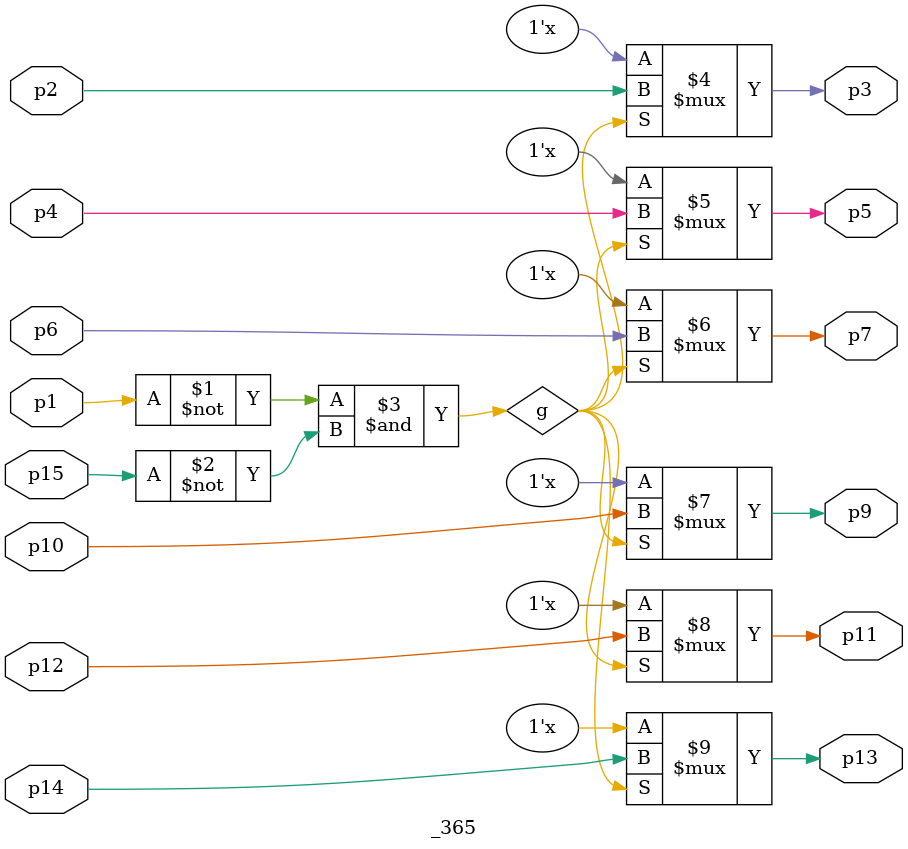
<source format=v>
/* ******************************************************************


	74 logic for verilog-hdl
	
	
	
	
	2020-2021 madov
	
	
	
	--2021/04/09 ver100

	
********************************************************************* */

`default_nettype none


//7400 nand gate
module _00 ( 
	input p1,p2,p4,p5,p9,p10,p12,p13,
	output p3,p6,p8,p11
	
);

	assign p3 = ~(p1 & p2);
	assign p6 = ~(p4 & p5);
	assign p8 = ~(p9 & p10);
	assign p11 = ~(p12 & p13);
	
endmodule

//7402 nor gate
module _02 (
	input p2,p3,p5,p6,p8,p9,p11,p12,
	output p1,p4,p10,p13
	
);

	assign p1 = ~ (p2 | p3);
	assign p4 = ~ (p5 | p6);
	assign p10 = ~ (p8 | p9);
	assign p13 = ~ (p11 | p12);
	
endmodule

//7404 not gate
module _04 (
	input p1,p3,p5,p9,p11,p13,
	output p2,p4,p6,p8,p10,p12
);
	assign p2 = ~p1;
	assign p4 = ~p3;
	assign p6 = ~p5;
	assign p8 = ~p9;
	assign p10 = ~p11;
	assign p12 = ~p13;
	
endmodule

//7408 and gate
module _08 (
	input p1,p2,p4,p5,p9,p10,p12,p13,
	output p3,p6,p8,p11
	
	
);
	assign p3 = p1 & p2;
	assign p6 = p4 & p5;
	assign p8 = p9 & p10;
	assign p11 = p12 & p13;
	

endmodule

	
//7410 triple nand
module _10 (
	input p1,p2,p13,p3,p4,p5,p9,p10,p11,
	output p12,p6,p8
);
	assign p12 = ~ ( p1 & p2 & p13);
	assign p6 = ~ (p3 & p4 & p5);
	assign p8 = ~ (p9 & p10 & p11);

endmodule

//7420 4input nand
module _20 (
	input p1,p2,p4,p5,p9,p10,p12,p13,
	output p6,p8
);
	assign p6 = ~ (p1 & p2 & p4 & p5);
	assign p8 = ~ (p9 & p10 & p12 & p13);

endmodule

//7425 4input nor with strobe
module _25 (
	input p1,p2,p3,p4,p5,p9,p10,p11,p12,p13,
	output p6,p8
);
	assign p6 = ~ (p3 & ( p1 | p2 | p4 | p5 ));
	
	assign p8 = ~ (p11 & ( p9 | p10 | p12 | p13 ));

endmodule


//7442 
//bcd to decimal decoder

module _42 (
	input p15,p14,p13,p12,
	output p1,p2,p3,p4,p5,p6,p7,p9,p10,p11
);

	wire ia = p15;
	wire ib = p14;
	wire ic = p13;
	wire id = p12;

	assign p1 = ~ (~ia & ~ib & ~ic & ~id);
	assign p2 = ~ ( ia & ~ib & ~ic & ~id);
	assign p3 = ~ (~ia &  ib & ~ic & ~id);
	assign p4 = ~ ( ia &  ib & ~ic & ~id);
	assign p5 = ~ (~ia & ~ib &  ic & ~id);
	assign p6 = ~ ( ia & ~ib &  ic & ~id);
	assign p7 = ~ (~ia &  ib &  ic & ~id);
	assign p9 = ~ ( ia &  ib &  ic & ~id);
	assign p10= ~ (~ia & ~ib & ~ic &  id);
	assign p11= ~ ( ia & ~ib & ~ic &  id);

endmodule

//7474 D-ffx2
module  _74 (
//p4,p10 pre/

	input p1,p2,p3,p4,p10,p11,p12,p13,
	output p5,p6,p8,p9
);

 reg q1,q2;
 
 always @(posedge p3 or negedge p1 or negedge p4)	
			begin
			if ( p1==0 ) q1 <= 0; else 
			if ( p4==0 ) q1 <= 1; else
			 q1 <= p2; 
			end
			
 always @(posedge p11 or negedge p13 or negedge p10) 
			begin
			if ( p13==0 )  q2 <= 0; else
		   if ( p10==0 ) 	q2 <= 1; else
			 q2 <= p12;
			end
			
			
 assign p5 = q1;
 assign p6 = ~q1;
 assign p9 = q2;
 assign p8 = ~q2;
 
 

endmodule

	
//7485
module _85 (
	input p1,p2,p3,p4,p9,p10,p11,p12,p13,p14,p15,
	output p5,p6,p7
);

wire [3:0] a = { p15, p13, p12, p10 };
wire [3:0] b = { p1, p14, p11, p9 };

// l: a<b
// h: a>b
// e: a==b
 
wire l,h,e;

assign l = ( a < b );
assign h = ( a > b );
assign e = ( a == b );
	
//p5 : o a>b
//p6 : o a=b
//p7 : o a<b

//p2 : i a<b
//p3 : i a=b
//p4 : i a>b


assign p5 = e ? ( (  ( ( p4 & ~p2)  | (~p4 & ~p2 ) ) & ~p3 )  ? 1 : 0 )   : h ;
assign p6 = e ? ( p3 ? 1 : 0 ) : 0 ;
assign p7 = e ? ( (  ( ( ~p4 & p2)  | (~p4 & ~p2 ) ) & ~p3 )  ? 1 : 0 )   : l ;



	
endmodule

module _85a (
	input p1,p2,p3,p4,p9,p10,p11,p12,p13,p14,p15,
	output p5,p6,p7
);

endmodule

	

	
//7486 quad xor
module _86 (
	input  p1,p2,p4,p5,p9,p10,p12,p13,
	output p3,p6,p8,p11

);

assign p3 = p1 ^ p2;
assign p6 = p4 ^ p5;
assign p8 = p9 ^ p10;
assign p11 = p12 ^ p13;

endmodule

//74107 jk-ff 
//NEGEDGE!!
module _107 (
	input	 p1,p4,p8,p9,p10,p11,p12,p13,
	output p2,p3,p5,p6
);
reg q1,q2;

always @(negedge p12)
//p1 = J
//p4 = K
	q1 <= ( p1 & ~p4 ) ? 1 :
			( ~p1 & p4 ) ? 0 :
			( ~p1 & ~p4 ) ? q1 :
			~q1;


always @(negedge p9)
//p8 = J
//p11 = K

	q2 <= ( p8 & ~p11 ) ? 1 :
			( ~p8 & p11 ) ? 0 :
			( ~p8 & ~p11 ) ? q2 :
			~q2;


assign p3 = ( p13 ) ? q1 : 0 ;
assign p2 = ~p3;

assign p5 = ( p10 ) ? q2 : 0 ;
assign p6 = ~p5;



endmodule

//other imprementation
module jkff_gate(q,qbar,clk,j,k);

input j,k,clk;
output q,qbar;

wire nand1_out; // output from nand1
wire nand2_out; // output from nand2

nand(nand1_out, j,clk,qbar);
nand(nand2_out, k,clk,q);
nand(q,qbar,nand1_out);
nand(qbar,q,nand2_out);

endmodule


//74138
//3input 7 decoder
//p1-p3 input A,B,C
//p7 = y7, p15-p9 = y0-y6

module _138 (
	input p1,p2,p3,p4,p5,p6,
	output p7,p9,p10,p11,p12,p13,p14,p15
);

wire g;
wire a,b,c;
assign a=p1,b=p2,c=p3;
assign g = ~p4 & ~p5 & p6;
                                     //CBA
assign p15 = g ?  a |  b |  c  : 1 ; //000 
assign p14 = g ? ~a |  b |  c  : 1 ; //001
assign p13 = g ?  a | ~b |  c  : 1 ; //010
assign p12 = g ? ~a | ~b |  c  : 1 ; //011
assign p11 = g ?  a |  b | ~c  : 1 ; //100
assign p10 = g ? ~a |  b | ~c  : 1 ; //101
assign p9 =  g ?  a | ~b | ~c  : 1 ; //110
assign p7 =  g ? ~a | ~b | ~c  : 1 ; //111

endmodule

//74151
module _151 (
	//         d3 d2 d1 d0 d7  d6  d5  d4
	input wire p1,p2,p3,p4,p12,p13,p14,p15,
	//    nstrobe
	input wire p7,
	//				c   b   a
	input wire p9,p10,p11,
	
	//		      Y  W/
	output wire p5,p6
);

	wire [7:0]dat = { p12,p13,p14,p15,p1,p2,p3,p4 };
	wire [2:0]sel = { p9,p10,p11 };

	assign p5 = dat[sel];
	assign p6 = ~p6;

endmodule
	
	
	
	

//74153
//dual 4line to 1line 

module _153 (
//      1 g/ b c3 c2 c1 c0 2g/   a  2c3 2c2 2c1 2c0 
	input p1,p2,p3,p4,p5,p6,p15,p14,p13,p12,p11,p10,
	      //1y 2y
	output p7,p9
// ba - select
// LL - y=c0
// LH - y=c1
// HL - y=c2
// HH - y=c3
// g/==H -> Y=L
	
);

assign p7 = p1 ? 0 : (
				(~p2 & ~p14 ) ? p6 :
				(~p2 &  p14 ) ? p5 :
				( p2 & ~p14 ) ? p4 : p3 );
				
assign p9 = p15 ? 0 : (
				(~p2 & ~p14 ) ? p10 :
				(~p2 &  p14 ) ? p11 :
				( p2 & ~p14 ) ? p12 : p13 );

endmodule



//74157
//quad 2 input multiplexer
module _157 (
	//     S i0a i1a i0b i1b i1d  i0d  i1c i0c E/
	input p1,p2, p3, p5, p6, p10, p11, p13,p14,p15,
	//     Za Zb Zd Zc
	output p4,p7,p9,p12
);
// S==L Z=i0x 
// S==H Z=i1x
// E/==1 Z=L

assign p4  = p15 ? 1'b0 : (p1 ? p3 : p2 );
assign p7  = p15 ? 1'b0 : (p1 ? p6 : p5 );
assign p9  = p15 ? 1'b0 : (p1 ? p10 : p11 );
assign p12 = p15 ? 1'b0 : (p1 ? p13 : p14 );


endmodule

//74160
//synchronous presettable bin count w/ clear
//(decimal)
module _160 (
	//  nclr cl da db dc dd ep lo~ et
	input p1,p2,p3,p4,p5,p6,p7,p9,p10,
	//     qd  qc  qb  qa  rco
	output p11,p12,p13,p14,p15
);

reg [3:0]q;

always @(posedge p2 or negedge p1)
begin

	//clr mode
	if ( p1==0 )  q = 4'b0;
	else
	//load==0 -> load
	//load==1 -> p7 & p10 ->count else hold
			q = p9 ? (   (p7 & p10) ? ( (q==4'b1001) ?  0 : q+1 )  : q ) : {p6,p5,p4,p3};
			
			
			
	
		
end
	
assign {p11,p12,p13,p14} = q;
assign p15 = &q;


endmodule






//74161
//synchronous presettable bin count w/ clear
module _161 (
	//  nclr cl da db dc dd ep lo~ et
	input p1,p2,p3,p4,p5,p6,p7,p9,p10,
	//     qd  qc  qb  qa  rco
	output p11,p12,p13,p14,p15
);

reg [3:0]q;

always @(posedge p2 or negedge p1)
begin

	//clr mode
	if ( p1 == 1'b0 )  q <= 4'b0;
	else
	//load==0 -> load
	//load==1 -> p7 & p10 ->count else hold
		q <= p9 ? (   (p7 & p10) ? q + 4'h1 : q ) : {p6,p5,p4,p3};
		
		
end
	
assign {p11,p12,p13,p14} = q;

//20210411 add "&p10"
assign p15 = &q & p10;


endmodule


//74166
//8bit parallel-load shift-registers
module _166	(
	input p1,p2,p3,p4,p5,p6,p7,p9,p10,p11,p12,p14,p15,
	output p13
	
);
wire shld;
assign shld=p15;
wire clk;
assign clk = p6 | p7;

wire qa,qb,qc,qd,qe,qf,qg,qh;


	//A
	_ff ff0 (
		.d	(  (p1 & shld ) | ( ~shld & p2 ) ),
		.c	(	clk	)	,
		.r	(	p9		)	,
		.q	( qa	)	
		);
		
	//B
	_ff ff1 (
		.d	(  (qa & shld ) | ( ~shld & p3 ) ),
		.c	(	clk	)	,
		.r	(	p9		)	,
		.q	( qb	)
		);

	//C
	_ff ff2 (
		.d	(  (qb & shld ) | ( ~shld & p4 ) ),
		.c	(	clk	)	,
		.r	(	p9		)	,
		.q	( qc	)
		);
		
	//D
	_ff ff3 (
		.d	(  (qc & shld ) | ( ~shld & p5 ) ),
		.c	(	clk	)	,
		.r	(	p9		)	,
		.q	( qd	)
		
		);
		
	//E
	_ff ff4 (
		.d	(  (qd & shld ) | ( ~shld & p10 ) ),
		.c	(	clk	)	,
		.r	(	p9		)	,
		.q	( qe	)
		);
		
	//F
	_ff ff5(
		.d	(  (qe & shld ) | ( ~shld & p11 ) ),
		.c	(	clk	)	,
		.r	(	p9		)	,
		.q	( qf	)
		);

	//G
	_ff ff6(
		.d	(  (qf & shld ) | ( ~shld & p12 ) ),
		.c	(	clk	)	,
		.r	(	p9		)	,
		.q	( qg	)
		);
		
	//H
	_ff ff7(
		.d	(  (qg & shld ) | ( ~shld & p14 ) ),
		.c	(	clk	)	,
		.r	(	p9		)	,
		.q	( qh	)
		);

assign p13 = qh;


endmodule


module _ff (
	input d,c,r,
	output q
	);
reg x;

always @(posedge c or negedge r )
		if (r==0) x<=0; else x <= d;
	
assign q=x;

endmodule

//74174
//hex-d flip flop
module _174 (
	//    c/ 1d 2d 3d cl 4d  5d  6d
	input p1,p3,p4,p6,p9,p11,p13,p14,
	//     1q 2q 3q 4q  5q  6q
	output p2,p5,p7,p10,p12,p15
);
reg q1,q2,q3,q4,q5,q6;

always @(posedge p9 or negedge p1)
begin
	if (p1==0) {q1,q2,q3,q4,q5,q6} <= 6'b000000;
	else begin
		q1 <= p3;
		q2 <= p4;
		q3 <= p6;
		q4 <= p11;
		q5 <= p13;
		q6 <= p14;
		end


end

assign {p2,p5,p7,p10,p12,p15} = {q1,q2,q3,q4,q5,q6};
		
endmodule
		
module _175 (
	//    c/ 1d 2d 3d  4d  cl 
	input p1,p4,p5,p12,p13,p9,
	//     1q    2q    3q      4q  
	output p2,p3,p7,p6,p10,p11,p15,p14
);
reg q1,q2,q3,q4;

always @(posedge p9 or negedge p1)
begin
	if (p1==0) {q1,q2,q3,q4} <= 4'b0000;
	else begin
		q1 <= p4;
		q2 <= p5;
		q3 <= p12;
		q4 <= p13;
		end


end

assign  {p2, p3,p7, p6,p10, p11, p15,p14}
		= {q1,~q1,q2,~q2, q3, ~q3, q4, ~q4};


endmodule


//74245
//bus transceiver
module _245 (
	input p1,p19,
	inout p2,p3,p4,p5,p6,p7,p8,p9,
	inout p11,p12,p13,p14,p15,p16,p17,p18
);

//wire [7:0] aport = {p2,p3,p4,p5,p6,p7,p8,p9};
//wire [7:0] bport = {p18,p17,p16,p15,p14,p13,p12,p11};
assign  { p2, p3, p4, p5, p6, p7, p8, p9} = p19 ? 8'bZ : p1 ? 8'bZ : {p18,p17,p16,p15,p14,p13,p12,p11};
assign  {p18,p17,p16,p15,p14,p13,p12,p11} = p19 ? 8'bZ : p1 ? {p2,p3,p4,p5,p6,p7,p8,p9} : 8'bZ ;

endmodule




//74257
//quad 2 input multiplexer with 3-state
module _257 (
	//     S i0a i1a i0b i1b i1d  i0d  i1c i0c OC/
	input p1,p2, p3, p5, p6, p10, p11, p13,p14,p15,
	//     Za Zb Zd Zc
	output p4,p7,p9,p12
);
// S==L Z=i0x 
// S==H Z=i1x
// E/==1 Z=L

assign p4  = p15 ? 1'bZ : (p1 ? p3 : p2 );
assign p7  = p15 ? 1'bZ : (p1 ? p6 : p5 );
assign p9  = p15 ? 1'bZ : (p1 ? p10 : p11 );
assign p12 = p15 ? 1'bZ : (p1 ? p13 : p14 );


endmodule



//74273
//octal posedge d-ff
module _273 (
	//    c/ 1d 2d 3d 4d cl  5d  6d  7d  8d
	input p1,p3,p4,p7,p8,p11,p13,p14,p17,p18,
	//     1q 2q 3q 4q  5q  6q  7q  8q
	output p2,p5,p6,p9,p12,p15,p16,p19
);
reg q1,q2,q3,q4,q5,q6,q7,q8;

always @(posedge p11 or negedge p1)
begin
	if (p1==0)
		{q1,q2,q3,q4,q5,q6,q7,q8} <= 8'b00000000;
	else begin
		q1 <= p3;
		q2 <= p4;
		q3 <= p7;
		q4 <= p8;
		q5 <= p13;
		q6 <= p14;
		q7 <= p17;
		q8 <= p18;
		end
end

assign {p2,p5,p6,p9,p12,p15,p16,p19} = {q1,q2,q3,q4,q5,q6,q7,q8};

		
endmodule



//74283
//adder
module _283 (
	//    b2 a2 a1 b1 C0  b4  a4  a3  b3
	input p2,p3,p5,p6,p7,p11,p12,p14,p15,
	//     s2 s1 C4  s4  s3
	output p1,p4,p9,p10,p13
);

wire c1,c2,c3;

/*assign p4 = p7 ^ ( ~( p5 & p6 ) & ( p5 | p6 )  );
assign c1 = ( ( p5 ^ p6 ) & p7 ) | ( p5 & p6 );

assign p1 = c1 ^ ( ~( p3 & p2 ) & ( p3 | p2 ) );
assign c2 = ( ( p3 ^ p2 ) & c1 ) | ( p5 & p6 );

assign p13= c2 ^ ( ~(p14 & p15) & (p14 | p15) );
assign c3 = ( (p14 ^ p15) & c2 ) | (p14 & p15);

assign p10= c3 ^ ( ~(p12 & p11) & (p12 | p11) );
assign p9 = ( (p12 ^ p11) & c3 ) | (p12 & p11);
*/

assign p4 = p7 ^ ( p5 ^ p6 );
assign c1 = (p5 & p6 ) | (p7 & (p5 ^ p6 ) );

assign p1 = c1 ^ ( p3 ^ p2 );
assign c2 = (p3 & p2 ) | (c1 & (p3 ^ p2 ) );

assign p13 = c2 ^ ( p14 ^ p15 );
assign c3 = (p14 & p15 ) | (c2 & (p14 ^ p15 ) );


assign p10 = c3 ^ ( p12 ^ p11 );
assign p9 = (p12 & p11 ) | (c3 & (p12 ^ p11 ) );

endmodule

/*
c0 p5 p6   s  c
0  0  0 -> 0  0
0  0  1 -> 1  0
0  1  0 -> 1  0
0  1  1 -> 0  1
1  0  0 -> 1  0
1  0  1 -> 0  1
1  1  0 -> 0  1
1  1  1 -> 1  1
*/




//74365
//hex tristate buffer
module _365 (
	//    g1/a1 a2 a3  a4  a5  a6 g2/
	input p1,p2,p4,p6,p10,p12,p14,p15,
	//     y1 y2 y3 y4  y5  y6
	output p3,p5,p7,p9,p11,p13
);

wire g;
assign g = ~p1 & ~p15;
assign p3 = g ? p2 : 1'bZ;
assign p5 = g ? p4 : 1'bZ;
assign p7 = g ? p6 : 1'bZ;
assign p9 = g ? p10: 1'bZ;
assign p11= g ? p12: 1'bZ;
assign p13= g ? p14: 1'bZ;

endmodule



</source>
